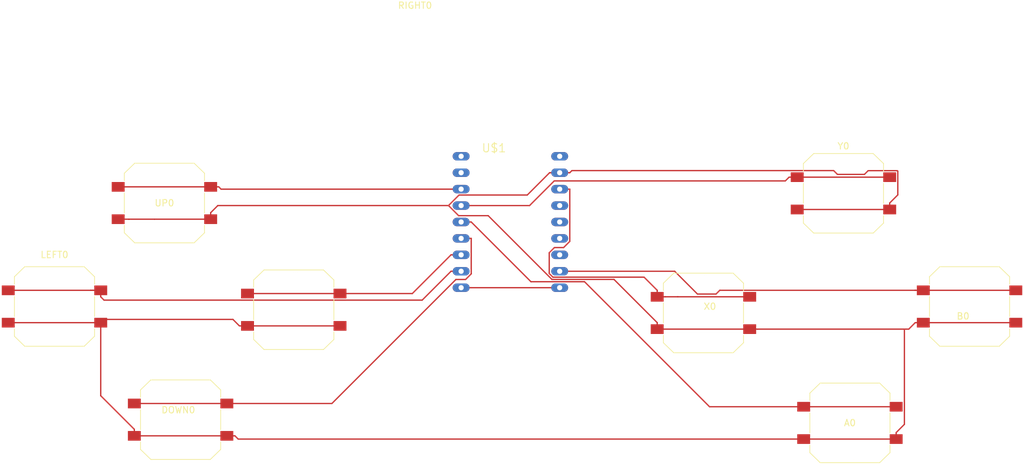
<source format=kicad_pcb>
(kicad_pcb (version 20241229) (generator "pcbnew") (generator_version "9.0")
  (layers (0 "F.Cu" signal) (2 "B.Cu" signal) (13 "F.Paste" user) (15 "B.Paste" user) (5 "F.SilkS" user "F.Silkscreen") (7 "B.SilkS" user "B.Silkscreen") (1 "F.Mask" user) (3 "B.Mask" user) (25 "Edge.Cuts" user))
  (net 0 "")
  (net 1 "/A")
  (net 2 "/GND")
  (net 3 "/B")
  (net 4 "/D")
  (net 5 "/L")
  (net 6 "/R")
  (net 10 "/X")
  (net 11 "/U")
  (net 14 "/Y")
  (net 16 "/VCC")
  (footprint "Button_Switch_SMD:SW_Push_1P1T_NO_CK_PTS125Sx43PSMTR" (layer "F.Cu") (at 211.5 61.5)
    (property "Reference" "A0" (at 0 0 0) (layer "F.SilkS"))
    (property "Value" "10-XX")
    (fp_line (start -6.2 -4.6) (end -4.6 -6.15) (stroke (width 0.12)) (layer "F.SilkS"))
    (fp_line (start -6.2 -3.45) (end -6.2 -4.6) (stroke (width 0.12)) (layer "F.SilkS"))
    (fp_line (start -6.2 -1.55) (end -6.2 1.55) (stroke (width 0.12)) (layer "F.SilkS"))
    (fp_line (start -6.2 3.45) (end -6.2 4.6) (stroke (width 0.12)) (layer "F.SilkS"))
    (fp_line (start -6.2 4.6) (end -4.6 6.15) (stroke (width 0.12)) (layer "F.SilkS"))
    (fp_line (start -4.6 -6.15) (end 4.6 -6.15) (stroke (width 0.12)) (layer "F.SilkS"))
    (fp_line (start -4.6 6.15) (end 4.6 6.15) (stroke (width 0.12)) (layer "F.SilkS"))
    (fp_line (start 4.6 -6.15) (end 6.2 -4.6) (stroke (width 0.12)) (layer "F.SilkS"))
    (fp_line (start 4.6 6.15) (end 6.2 4.6) (stroke (width 0.12)) (layer "F.SilkS"))
    (fp_line (start 6.2 -3.45) (end 6.2 -4.6) (stroke (width 0.12)) (layer "F.SilkS"))
    (fp_line (start 6.2 -1.55) (end 6.2 1.55) (stroke (width 0.12)) (layer "F.SilkS"))
    (fp_line (start 6.2 3.45) (end 6.2 4.6) (stroke (width 0.12)) (layer "F.SilkS"))
    (pad "" np_thru_hole circle (at 0 -4.5) (size 2 2) (drill 2) (layers "*.Cu" "*.Mask"))
    (pad "" np_thru_hole circle (at 0 4.5) (size 2 2) (drill 2) (layers "*.Cu" "*.Mask"))
    (pad "1" smd rect (at -7.15 -2.5) (size 2 1.5) (layers "F.Cu" "F.Mask" "F.Paste") (net 1 "/A"))
    (pad "1" smd rect (at 7.15 -2.5) (size 2 1.5) (layers "F.Cu" "F.Mask" "F.Paste") (net 1 "/A"))
    (pad "2" smd rect (at -7.15 2.5) (size 2 1.5) (layers "F.Cu" "F.Mask" "F.Paste") (net 2 "/GND"))
    (pad "2" smd rect (at 7.15 2.5) (size 2 1.5) (layers "F.Cu" "F.Mask" "F.Paste") (net 2 "/GND"))
  )
  (footprint "Button_Switch_SMD:SW_Push_1P1T_NO_CK_PTS125Sx43PSMTR" (layer "F.Cu") (at 108 61)
    (property "Reference" "DOWN0" (at -0.35 -1.5 0) (layer "F.SilkS"))
    (property "Value" "10-XX")
    (fp_line (start -6.2 -4.6) (end -4.6 -6.15) (stroke (width 0.12)) (layer "F.SilkS"))
    (fp_line (start -6.2 -3.45) (end -6.2 -4.6) (stroke (width 0.12)) (layer "F.SilkS"))
    (fp_line (start -6.2 -1.55) (end -6.2 1.55) (stroke (width 0.12)) (layer "F.SilkS"))
    (fp_line (start -6.2 3.45) (end -6.2 4.6) (stroke (width 0.12)) (layer "F.SilkS"))
    (fp_line (start -6.2 4.6) (end -4.6 6.15) (stroke (width 0.12)) (layer "F.SilkS"))
    (fp_line (start -4.6 -6.15) (end 4.6 -6.15) (stroke (width 0.12)) (layer "F.SilkS"))
    (fp_line (start -4.6 6.15) (end 4.6 6.15) (stroke (width 0.12)) (layer "F.SilkS"))
    (fp_line (start 4.6 -6.15) (end 6.2 -4.6) (stroke (width 0.12)) (layer "F.SilkS"))
    (fp_line (start 4.6 6.15) (end 6.2 4.6) (stroke (width 0.12)) (layer "F.SilkS"))
    (fp_line (start 6.2 -3.45) (end 6.2 -4.6) (stroke (width 0.12)) (layer "F.SilkS"))
    (fp_line (start 6.2 -1.55) (end 6.2 1.55) (stroke (width 0.12)) (layer "F.SilkS"))
    (fp_line (start 6.2 3.45) (end 6.2 4.6) (stroke (width 0.12)) (layer "F.SilkS"))
    (pad "" np_thru_hole circle (at 0 -4.5) (size 2 2) (drill 2) (layers "*.Cu" "*.Mask"))
    (pad "" np_thru_hole circle (at 0 4.5) (size 2 2) (drill 2) (layers "*.Cu" "*.Mask"))
    (pad "1" smd rect (at -7.15 -2.5) (size 2 1.5) (layers "F.Cu" "F.Mask" "F.Paste") (net 4 "/D"))
    (pad "1" smd rect (at 7.15 -2.5) (size 2 1.5) (layers "F.Cu" "F.Mask" "F.Paste") (net 4 "/D"))
    (pad "2" smd rect (at -7.15 2.5) (size 2 1.5) (layers "F.Cu" "F.Mask" "F.Paste") (net 2 "/GND"))
    (pad "2" smd rect (at 7.15 2.5) (size 2 1.5) (layers "F.Cu" "F.Mask" "F.Paste") (net 2 "/GND"))
  )
  (footprint "Button_Switch_SMD:SW_Push_1P1T_NO_CK_PTS125Sx43PSMTR" (layer "F.Cu") (at 105.5 27.5)
    (property "Reference" "UP0" (at 0 0 0) (layer "F.SilkS"))
    (property "Value" "10-XX")
    (fp_line (start -6.2 -4.6) (end -4.6 -6.15) (stroke (width 0.12)) (layer "F.SilkS"))
    (fp_line (start -6.2 -3.45) (end -6.2 -4.6) (stroke (width 0.12)) (layer "F.SilkS"))
    (fp_line (start -6.2 -1.55) (end -6.2 1.55) (stroke (width 0.12)) (layer "F.SilkS"))
    (fp_line (start -6.2 3.45) (end -6.2 4.6) (stroke (width 0.12)) (layer "F.SilkS"))
    (fp_line (start -6.2 4.6) (end -4.6 6.15) (stroke (width 0.12)) (layer "F.SilkS"))
    (fp_line (start -4.6 -6.15) (end 4.6 -6.15) (stroke (width 0.12)) (layer "F.SilkS"))
    (fp_line (start -4.6 6.15) (end 4.6 6.15) (stroke (width 0.12)) (layer "F.SilkS"))
    (fp_line (start 4.6 -6.15) (end 6.2 -4.6) (stroke (width 0.12)) (layer "F.SilkS"))
    (fp_line (start 4.6 6.15) (end 6.2 4.6) (stroke (width 0.12)) (layer "F.SilkS"))
    (fp_line (start 6.2 -3.45) (end 6.2 -4.6) (stroke (width 0.12)) (layer "F.SilkS"))
    (fp_line (start 6.2 -1.55) (end 6.2 1.55) (stroke (width 0.12)) (layer "F.SilkS"))
    (fp_line (start 6.2 3.45) (end 6.2 4.6) (stroke (width 0.12)) (layer "F.SilkS"))
    (pad "" np_thru_hole circle (at 0 -4.5) (size 2 2) (drill 2) (layers "*.Cu" "*.Mask"))
    (pad "" np_thru_hole circle (at 0 4.5) (size 2 2) (drill 2) (layers "*.Cu" "*.Mask"))
    (pad "1" smd rect (at -7.15 -2.5) (size 2 1.5) (layers "F.Cu" "F.Mask" "F.Paste") (net 11 "/U"))
    (pad "1" smd rect (at 7.15 -2.5) (size 2 1.5) (layers "F.Cu" "F.Mask" "F.Paste") (net 11 "/U"))
    (pad "2" smd rect (at -7.15 2.5) (size 2 1.5) (layers "F.Cu" "F.Mask" "F.Paste") (net 2 "/GND"))
    (pad "2" smd rect (at 7.15 2.5) (size 2 1.5) (layers "F.Cu" "F.Mask" "F.Paste") (net 2 "/GND"))
  )
  (footprint "Button_Switch_SMD:SW_Push_1P1T_NO_CK_PTS125Sx43PSMTR" (layer "F.Cu") (at 88.5 43.5)
    (property "Reference" "LEFT0" (at 0 -8 0) (layer "F.SilkS"))
    (property "Value" "10-XX")
    (fp_line (start -6.2 -4.6) (end -4.6 -6.15) (stroke (width 0.12)) (layer "F.SilkS"))
    (fp_line (start -6.2 -3.45) (end -6.2 -4.6) (stroke (width 0.12)) (layer "F.SilkS"))
    (fp_line (start -6.2 -1.55) (end -6.2 1.55) (stroke (width 0.12)) (layer "F.SilkS"))
    (fp_line (start -6.2 3.45) (end -6.2 4.6) (stroke (width 0.12)) (layer "F.SilkS"))
    (fp_line (start -6.2 4.6) (end -4.6 6.15) (stroke (width 0.12)) (layer "F.SilkS"))
    (fp_line (start -4.6 -6.15) (end 4.6 -6.15) (stroke (width 0.12)) (layer "F.SilkS"))
    (fp_line (start -4.6 6.15) (end 4.6 6.15) (stroke (width 0.12)) (layer "F.SilkS"))
    (fp_line (start 4.6 -6.15) (end 6.2 -4.6) (stroke (width 0.12)) (layer "F.SilkS"))
    (fp_line (start 4.6 6.15) (end 6.2 4.6) (stroke (width 0.12)) (layer "F.SilkS"))
    (fp_line (start 6.2 -3.45) (end 6.2 -4.6) (stroke (width 0.12)) (layer "F.SilkS"))
    (fp_line (start 6.2 -1.55) (end 6.2 1.55) (stroke (width 0.12)) (layer "F.SilkS"))
    (fp_line (start 6.2 3.45) (end 6.2 4.6) (stroke (width 0.12)) (layer "F.SilkS"))
    (pad "" np_thru_hole circle (at 0 -4.5) (size 2 2) (drill 2) (layers "*.Cu" "*.Mask"))
    (pad "" np_thru_hole circle (at 0 4.5) (size 2 2) (drill 2) (layers "*.Cu" "*.Mask"))
    (pad "1" smd rect (at -7.15 -2.5) (size 2 1.5) (layers "F.Cu" "F.Mask" "F.Paste") (net 5 "/L"))
    (pad "1" smd rect (at 7.15 -2.5) (size 2 1.5) (layers "F.Cu" "F.Mask" "F.Paste") (net 5 "/L"))
    (pad "2" smd rect (at -7.15 2.5) (size 2 1.5) (layers "F.Cu" "F.Mask" "F.Paste") (net 2 "/GND"))
    (pad "2" smd rect (at 7.15 2.5) (size 2 1.5) (layers "F.Cu" "F.Mask" "F.Paste") (net 2 "/GND"))
  )
  (footprint "Button_Switch_SMD:SW_Push_1P1T_NO_CK_PTS125Sx43PSMTR" (layer "F.Cu") (at 230 43.5)
    (property "Reference" "B0" (at -1 1.5 0) (layer "F.SilkS"))
    (property "Value" "10-XX")
    (fp_line (start -6.2 -4.6) (end -4.6 -6.15) (stroke (width 0.12)) (layer "F.SilkS"))
    (fp_line (start -6.2 -3.45) (end -6.2 -4.6) (stroke (width 0.12)) (layer "F.SilkS"))
    (fp_line (start -6.2 -1.55) (end -6.2 1.55) (stroke (width 0.12)) (layer "F.SilkS"))
    (fp_line (start -6.2 3.45) (end -6.2 4.6) (stroke (width 0.12)) (layer "F.SilkS"))
    (fp_line (start -6.2 4.6) (end -4.6 6.15) (stroke (width 0.12)) (layer "F.SilkS"))
    (fp_line (start -4.6 -6.15) (end 4.6 -6.15) (stroke (width 0.12)) (layer "F.SilkS"))
    (fp_line (start -4.6 6.15) (end 4.6 6.15) (stroke (width 0.12)) (layer "F.SilkS"))
    (fp_line (start 4.6 -6.15) (end 6.2 -4.6) (stroke (width 0.12)) (layer "F.SilkS"))
    (fp_line (start 4.6 6.15) (end 6.2 4.6) (stroke (width 0.12)) (layer "F.SilkS"))
    (fp_line (start 6.2 -3.45) (end 6.2 -4.6) (stroke (width 0.12)) (layer "F.SilkS"))
    (fp_line (start 6.2 -1.55) (end 6.2 1.55) (stroke (width 0.12)) (layer "F.SilkS"))
    (fp_line (start 6.2 3.45) (end 6.2 4.6) (stroke (width 0.12)) (layer "F.SilkS"))
    (pad "" np_thru_hole circle (at 0 -4.5) (size 2 2) (drill 2) (layers "*.Cu" "*.Mask"))
    (pad "" np_thru_hole circle (at 0 4.5) (size 2 2) (drill 2) (layers "*.Cu" "*.Mask"))
    (pad "1" smd rect (at -7.15 -2.5) (size 2 1.5) (layers "F.Cu" "F.Mask" "F.Paste") (net 3 "/B"))
    (pad "1" smd rect (at 7.15 -2.5) (size 2 1.5) (layers "F.Cu" "F.Mask" "F.Paste") (net 3 "/B"))
    (pad "2" smd rect (at -7.15 2.5) (size 2 1.5) (layers "F.Cu" "F.Mask" "F.Paste") (net 2 "/GND"))
    (pad "2" smd rect (at 7.15 2.5) (size 2 1.5) (layers "F.Cu" "F.Mask" "F.Paste") (net 2 "/GND"))
  )
  (footprint "Button_Switch_SMD:SW_Push_1P1T_NO_CK_PTS125Sx43PSMTR" (layer "F.Cu") (at 210.5 26)
    (property "Reference" "Y0" (at 0 -7.3 0) (layer "F.SilkS"))
    (property "Value" "10-XX")
    (fp_line (start -6.2 -4.6) (end -4.6 -6.15) (stroke (width 0.12)) (layer "F.SilkS"))
    (fp_line (start -6.2 -3.45) (end -6.2 -4.6) (stroke (width 0.12)) (layer "F.SilkS"))
    (fp_line (start -6.2 -1.55) (end -6.2 1.55) (stroke (width 0.12)) (layer "F.SilkS"))
    (fp_line (start -6.2 3.45) (end -6.2 4.6) (stroke (width 0.12)) (layer "F.SilkS"))
    (fp_line (start -6.2 4.6) (end -4.6 6.15) (stroke (width 0.12)) (layer "F.SilkS"))
    (fp_line (start -4.6 -6.15) (end 4.6 -6.15) (stroke (width 0.12)) (layer "F.SilkS"))
    (fp_line (start -4.6 6.15) (end 4.6 6.15) (stroke (width 0.12)) (layer "F.SilkS"))
    (fp_line (start 4.6 -6.15) (end 6.2 -4.6) (stroke (width 0.12)) (layer "F.SilkS"))
    (fp_line (start 4.6 6.15) (end 6.2 4.6) (stroke (width 0.12)) (layer "F.SilkS"))
    (fp_line (start 6.2 -3.45) (end 6.2 -4.6) (stroke (width 0.12)) (layer "F.SilkS"))
    (fp_line (start 6.2 -1.55) (end 6.2 1.55) (stroke (width 0.12)) (layer "F.SilkS"))
    (fp_line (start 6.2 3.45) (end 6.2 4.6) (stroke (width 0.12)) (layer "F.SilkS"))
    (pad "" np_thru_hole circle (at 0 -4.5) (size 2 2) (drill 2) (layers "*.Cu" "*.Mask"))
    (pad "" np_thru_hole circle (at 0 4.5) (size 2 2) (drill 2) (layers "*.Cu" "*.Mask"))
    (pad "1" smd rect (at -7.15 -2.5) (size 2 1.5) (layers "F.Cu" "F.Mask" "F.Paste") (net 14 "/Y"))
    (pad "1" smd rect (at 7.15 -2.5) (size 2 1.5) (layers "F.Cu" "F.Mask" "F.Paste") (net 14 "/Y"))
    (pad "2" smd rect (at -7.15 2.5) (size 2 1.5) (layers "F.Cu" "F.Mask" "F.Paste") (net 2 "/GND"))
    (pad "2" smd rect (at 7.15 2.5) (size 2 1.5) (layers "F.Cu" "F.Mask" "F.Paste") (net 2 "/GND"))
  )
  (footprint "DigiJoypad:DIGI-PRO" (layer "F.Cu") (at 156.46 19.003)
    (property "Reference" "U$1" (at 0 0 0) (layer "F.SilkS") (effects (font (size 1.27 1.27))))
    (property "Value" "DIGI-PRO")
    (pad "D0" thru_hole oval (at 10.16 19.05 180) (size 2.616 1.308) (drill 0.8) (layers "*.Cu" "*.Mask") (net 3 "/B"))
    (pad "D1" thru_hole oval (at 10.16 16.51 180) (size 2.616 1.308) (drill 0.8) (layers "*.Cu" "*.Mask"))
    (pad "D2" thru_hole oval (at 10.16 13.97 180) (size 2.616 1.308) (drill 0.8) (layers "*.Cu" "*.Mask"))
    (pad "D3" thru_hole oval (at 10.16 11.43 180) (size 2.616 1.308) (drill 0.8) (layers "*.Cu" "*.Mask"))
    (pad "D4" thru_hole oval (at 10.16 8.89 180) (size 2.616 1.308) (drill 0.8) (layers "*.Cu" "*.Mask"))
    (pad "D5" thru_hole oval (at 10.16 6.35 180) (size 2.616 1.308) (drill 0.8) (layers "*.Cu" "*.Mask") (net 10 "/X"))
    (pad "D6" thru_hole oval (at -5.08 19.05 180) (size 2.616 1.308) (drill 0.8) (layers "*.Cu" "*.Mask") (net 5 "/L"))
    (pad "D7" thru_hole oval (at -5.08 16.51 180) (size 2.616 1.308) (drill 0.8) (layers "*.Cu" "*.Mask") (net 6 "/R"))
    (pad "D8" thru_hole oval (at -5.08 13.97 180) (size 2.616 1.308) (drill 0.8) (layers "*.Cu" "*.Mask") (net 4 "/D"))
    (pad "D9" thru_hole oval (at -5.08 11.43 180) (size 2.616 1.308) (drill 0.8) (layers "*.Cu" "*.Mask") (net 1 "/A"))
    (pad "D10" thru_hole oval (at -5.08 8.89 180) (size 2.616 1.308) (drill 0.8) (layers "*.Cu" "*.Mask") (net 14 "/Y"))
    (pad "D11" thru_hole oval (at -5.08 6.35 180) (size 2.616 1.308) (drill 0.8) (layers "*.Cu" "*.Mask") (net 11 "/U"))
    (pad "D12" thru_hole oval (at -5.08 3.81 180) (size 2.616 1.308) (drill 0.8) (layers "*.Cu" "*.Mask"))
    (pad "D13" thru_hole oval (at -5.08 1.27 180) (size 2.616 1.308) (drill 0.8) (layers "*.Cu" "*.Mask"))
    (pad "GND" thru_hole oval (at 10.16 3.81 180) (size 2.616 1.308) (drill 0.8) (layers "*.Cu" "*.Mask") (net 2 "/GND"))
    (pad "VCC" thru_hole oval (at 10.16 21.59 180) (size 2.616 1.308) (drill 0.8) (layers "*.Cu" "*.Mask") (net 16 "/VCC"))
    (pad "VCC1" thru_hole oval (at -5.08 21.59 180) (size 2.616 1.308) (drill 0.8) (layers "*.Cu" "*.Mask") (net 16 "/VCC"))
    (pad "VIN" thru_hole oval (at 10.16 1.27 180) (size 2.616 1.308) (drill 0.8) (layers "*.Cu" "*.Mask"))
  )
  (footprint "Button_Switch_SMD:SW_Push_1P1T_NO_CK_PTS125Sx43PSMTR" (layer "F.Cu") (at 188.85 44.5)
    (property "Reference" "X0" (at 1 -1 0) (layer "F.SilkS"))
    (property "Value" "10-XX")
    (fp_line (start -6.2 -4.6) (end -4.6 -6.15) (stroke (width 0.12)) (layer "F.SilkS"))
    (fp_line (start -6.2 -3.45) (end -6.2 -4.6) (stroke (width 0.12)) (layer "F.SilkS"))
    (fp_line (start -6.2 -1.55) (end -6.2 1.55) (stroke (width 0.12)) (layer "F.SilkS"))
    (fp_line (start -6.2 3.45) (end -6.2 4.6) (stroke (width 0.12)) (layer "F.SilkS"))
    (fp_line (start -6.2 4.6) (end -4.6 6.15) (stroke (width 0.12)) (layer "F.SilkS"))
    (fp_line (start -4.6 -6.15) (end 4.6 -6.15) (stroke (width 0.12)) (layer "F.SilkS"))
    (fp_line (start -4.6 6.15) (end 4.6 6.15) (stroke (width 0.12)) (layer "F.SilkS"))
    (fp_line (start 4.6 -6.15) (end 6.2 -4.6) (stroke (width 0.12)) (layer "F.SilkS"))
    (fp_line (start 4.6 6.15) (end 6.2 4.6) (stroke (width 0.12)) (layer "F.SilkS"))
    (fp_line (start 6.2 -3.45) (end 6.2 -4.6) (stroke (width 0.12)) (layer "F.SilkS"))
    (fp_line (start 6.2 -1.55) (end 6.2 1.55) (stroke (width 0.12)) (layer "F.SilkS"))
    (fp_line (start 6.2 3.45) (end 6.2 4.6) (stroke (width 0.12)) (layer "F.SilkS"))
    (pad "" np_thru_hole circle (at 0 -4.5) (size 2 2) (drill 2) (layers "*.Cu" "*.Mask"))
    (pad "" np_thru_hole circle (at 0 4.5) (size 2 2) (drill 2) (layers "*.Cu" "*.Mask"))
    (pad "1" smd rect (at -7.15 -2.5) (size 2 1.5) (layers "F.Cu" "F.Mask" "F.Paste") (net 10 "/X"))
    (pad "1" smd rect (at 7.15 -2.5) (size 2 1.5) (layers "F.Cu" "F.Mask" "F.Paste") (net 10 "/X"))
    (pad "2" smd rect (at -7.15 2.5) (size 2 1.5) (layers "F.Cu" "F.Mask" "F.Paste") (net 2 "/GND"))
    (pad "2" smd rect (at 7.15 2.5) (size 2 1.5) (layers "F.Cu" "F.Mask" "F.Paste") (net 2 "/GND"))
  )
  (footprint "Button_Switch_SMD:SW_Push_1P1T_NO_CK_PTS125Sx43PSMTR" (layer "F.Cu") (at 125.5 44)
    (property "Reference" "RIGHT0" (at 18.7512 -47.0458 0) (layer "F.SilkS"))
    (property "Value" "10-XX")
    (fp_line (start -6.2 -4.6) (end -4.6 -6.15) (stroke (width 0.12)) (layer "F.SilkS"))
    (fp_line (start -6.2 -3.45) (end -6.2 -4.6) (stroke (width 0.12)) (layer "F.SilkS"))
    (fp_line (start -6.2 -1.55) (end -6.2 1.55) (stroke (width 0.12)) (layer "F.SilkS"))
    (fp_line (start -6.2 3.45) (end -6.2 4.6) (stroke (width 0.12)) (layer "F.SilkS"))
    (fp_line (start -6.2 4.6) (end -4.6 6.15) (stroke (width 0.12)) (layer "F.SilkS"))
    (fp_line (start -4.6 -6.15) (end 4.6 -6.15) (stroke (width 0.12)) (layer "F.SilkS"))
    (fp_line (start -4.6 6.15) (end 4.6 6.15) (stroke (width 0.12)) (layer "F.SilkS"))
    (fp_line (start 4.6 -6.15) (end 6.2 -4.6) (stroke (width 0.12)) (layer "F.SilkS"))
    (fp_line (start 4.6 6.15) (end 6.2 4.6) (stroke (width 0.12)) (layer "F.SilkS"))
    (fp_line (start 6.2 -3.45) (end 6.2 -4.6) (stroke (width 0.12)) (layer "F.SilkS"))
    (fp_line (start 6.2 -1.55) (end 6.2 1.55) (stroke (width 0.12)) (layer "F.SilkS"))
    (fp_line (start 6.2 3.45) (end 6.2 4.6) (stroke (width 0.12)) (layer "F.SilkS"))
    (pad "" np_thru_hole circle (at 0 -4.5) (size 2 2) (drill 2) (layers "*.Cu" "*.Mask"))
    (pad "" np_thru_hole circle (at 0 4.5) (size 2 2) (drill 2) (layers "*.Cu" "*.Mask"))
    (pad "1" smd rect (at -7.15 -2.5) (size 2 1.5) (layers "F.Cu" "F.Mask" "F.Paste") (net 6 "/R"))
    (pad "1" smd rect (at 7.15 -2.5) (size 2 1.5) (layers "F.Cu" "F.Mask" "F.Paste") (net 6 "/R"))
    (pad "2" smd rect (at -7.15 2.5) (size 2 1.5) (layers "F.Cu" "F.Mask" "F.Paste") (net 2 "/GND"))
    (pad "2" smd rect (at 7.15 2.5) (size 2 1.5) (layers "F.Cu" "F.Mask" "F.Paste") (net 2 "/GND"))
  )
  (segment (start 162.1784 39.6693) (end 170.4607 39.6693) (width 0.2) (layer "F.Cu") (net 1))
  (segment (start 152.9421 30.433) (end 162.1784 39.6693) (width 0.2) (layer "F.Cu") (net 1))
  (segment (start 151.38 30.433) (end 152.9421 30.433) (width 0.2) (layer "F.Cu") (net 1))
  (segment (start 218.65 59) (end 204.35 59) (width 0.2) (layer "F.Cu") (net 1))
  (segment (start 170.4607 39.6693) (end 189.7914 59) (width 0.2) (layer "F.Cu") (net 1))
  (segment (start 189.7914 59) (end 204.35 59) (width 0.2) (layer "F.Cu") (net 1))
  (segment (start 81.35 46) (end 95.65 46) (width 0.2) (layer "F.Cu") (net 2))
  (segment (start 219.927 61.7189) (end 219.927 47) (width 0.2) (layer "F.Cu") (net 2))
  (segment (start 166.62 22.813) (end 166.1934 22.813) (width 0.2) (layer "F.Cu") (net 2))
  (segment (start 95.65 45.4979) (end 116.0938 45.4979) (width 0.2) (layer "F.Cu") (net 2))
  (segment (start 168.5109 22.4842) (end 168.1821 22.813) (width 0.2) (layer "F.Cu") (net 2))
  (segment (start 95.65 57.2959) (end 95.65 46) (width 0.2) (layer "F.Cu") (net 2))
  (segment (start 166.62 22.813) (end 168.1821 22.813) (width 0.2) (layer "F.Cu") (net 2))
  (segment (start 218.9041 22.5771) (end 218.8229 22.4959) (width 0.2) (layer "F.Cu") (net 2))
  (segment (start 175.0193 39.3152) (end 181.7 45.9959) (width 0.2) (layer "F.Cu") (net 2))
  (segment (start 218.8229 22.4959) (end 214.3183 22.4959) (width 0.2) (layer "F.Cu") (net 2))
  (segment (start 197.2541 47) (end 219.927 47) (width 0.2) (layer "F.Cu") (net 2))
  (segment (start 165.4239 39.3152) (end 175.0193 39.3152) (width 0.2) (layer "F.Cu") (net 2))
  (segment (start 113.7556 27.8903) (end 112.65 28.9959) (width 0.2) (layer "F.Cu") (net 2))
  (segment (start 213.7392 23.075) (end 209.575 23.075) (width 0.2) (layer "F.Cu") (net 2))
  (segment (start 208.9842 22.4842) (end 168.5109 22.4842) (width 0.2) (layer "F.Cu") (net 2))
  (segment (start 217.65 28.5) (end 203.35 28.5) (width 0.2) (layer "F.Cu") (net 2))
  (segment (start 166.1934 22.813) (end 165.0579 22.813) (width 0.2) (layer "F.Cu") (net 2))
  (segment (start 151.0591 26.2611) (end 149.4299 27.8903) (width 0.2) (layer "F.Cu") (net 2))
  (segment (start 100.0286 30) (end 99.9873 30) (width 0.2) (layer "F.Cu") (net 2))
  (segment (start 218.65 64) (end 218.65 62.9959) (width 0.2) (layer "F.Cu") (net 2))
  (segment (start 112.65 30) (end 103.9634 30) (width 0.2) (layer "F.Cu") (net 2))
  (segment (start 218.65 64) (end 204.35 64) (width 0.2) (layer "F.Cu") (net 2))
  (segment (start 112.65 30) (end 112.65 28.9959) (width 0.2) (layer "F.Cu") (net 2))
  (segment (start 149.4299 27.8903) (end 113.7556 27.8903) (width 0.2) (layer "F.Cu") (net 2))
  (segment (start 149.4299 27.8903) (end 150.9945 29.4549) (width 0.2) (layer "F.Cu") (net 2))
  (segment (start 218.9041 26.2418) (end 218.9041 22.5771) (width 0.2) (layer "F.Cu") (net 2))
  (segment (start 204.35 64) (end 116.9041 64) (width 0.2) (layer "F.Cu") (net 2))
  (segment (start 161.6098 26.2611) (end 151.0591 26.2611) (width 0.2) (layer "F.Cu") (net 2))
  (segment (start 99.9873 30) (end 98.35 30) (width 0.2) (layer "F.Cu") (net 2))
  (segment (start 217.65 28.5) (end 217.65 27.4959) (width 0.2) (layer "F.Cu") (net 2))
  (segment (start 103.9634 30) (end 100.0286 30) (width 0.2) (layer "F.Cu") (net 2))
  (segment (start 237.15 46) (end 222.85 46) (width 0.2) (layer "F.Cu") (net 2))
  (segment (start 165.0579 22.813) (end 161.6098 26.2611) (width 0.2) (layer "F.Cu") (net 2))
  (segment (start 100.85 63.5) (end 100.85 62.4959) (width 0.2) (layer "F.Cu") (net 2))
  (segment (start 116.0938 45.4979) (end 117.0959 46.5) (width 0.2) (layer "F.Cu") (net 2))
  (segment (start 219.927 47) (end 220.5959 47) (width 0.2) (layer "F.Cu") (net 2))
  (segment (start 217.65 27.4959) (end 218.9041 26.2418) (width 0.2) (layer "F.Cu") (net 2))
  (segment (start 115.15 63.5) (end 116.4041 63.5) (width 0.2) (layer "F.Cu") (net 2))
  (segment (start 181.7 47) (end 181.7 45.9959) (width 0.2) (layer "F.Cu") (net 2))
  (segment (start 100.85 62.4959) (end 95.65 57.2959) (width 0.2) (layer "F.Cu") (net 2))
  (segment (start 118.35 46.5) (end 132.65 46.5) (width 0.2) (layer "F.Cu") (net 2))
  (segment (start 155.5636 29.4549) (end 165.4239 39.3152) (width 0.2) (layer "F.Cu") (net 2))
  (segment (start 117.723 46.5) (end 117.0959 46.5) (width 0.2) (layer "F.Cu") (net 2))
  (segment (start 209.575 23.075) (end 208.9842 22.4842) (width 0.2) (layer "F.Cu") (net 2))
  (segment (start 117.723 46.5) (end 118.35 46.5) (width 0.2) (layer "F.Cu") (net 2))
  (segment (start 100.85 63.5) (end 115.15 63.5) (width 0.2) (layer "F.Cu") (net 2))
  (segment (start 116.9041 64) (end 116.4041 63.5) (width 0.2) (layer "F.Cu") (net 2))
  (segment (start 181.7 47) (end 196 47) (width 0.2) (layer "F.Cu") (net 2))
  (segment (start 150.9945 29.4549) (end 155.5636 29.4549) (width 0.2) (layer "F.Cu") (net 2))
  (segment (start 220.5959 47) (end 221.5959 46) (width 0.2) (layer "F.Cu") (net 2))
  (segment (start 95.65 46) (end 95.65 45.4979) (width 0.2) (layer "F.Cu") (net 2))
  (segment (start 222.85 46) (end 221.5959 46) (width 0.2) (layer "F.Cu") (net 2))
  (segment (start 218.65 62.9959) (end 219.927 61.7189) (width 0.2) (layer "F.Cu") (net 2))
  (segment (start 214.3183 22.4959) (end 213.7392 23.075) (width 0.2) (layer "F.Cu") (net 2))
  (segment (start 196 47) (end 197.2541 47) (width 0.2) (layer "F.Cu") (net 2))
  (segment (start 187.925 41.575) (end 184.403 38.053) (width 0.2) (layer "F.Cu") (net 3))
  (segment (start 222.85 41) (end 237.15 41) (width 0.2) (layer "F.Cu") (net 3))
  (segment (start 221.5959 41) (end 221.5918 40.9959) (width 0.2) (layer "F.Cu") (net 3))
  (segment (start 191.3754 40.9959) (end 190.7963 41.575) (width 0.2) (layer "F.Cu") (net 3))
  (segment (start 222.85 41) (end 221.5959 41) (width 0.2) (layer "F.Cu") (net 3))
  (segment (start 184.403 38.053) (end 166.62 38.053) (width 0.2) (layer "F.Cu") (net 3))
  (segment (start 190.7963 41.575) (end 187.925 41.575) (width 0.2) (layer "F.Cu") (net 3))
  (segment (start 221.5918 40.9959) (end 191.3754 40.9959) (width 0.2) (layer "F.Cu") (net 3))
  (segment (start 152.9421 32.973) (end 152.9421 38.4521) (width 0.2) (layer "F.Cu") (net 4))
  (segment (start 150.573 39.323) (end 131.396 58.5) (width 0.2) (layer "F.Cu") (net 4))
  (segment (start 100.85 58.5) (end 115.15 58.5) (width 0.2) (layer "F.Cu") (net 4))
  (segment (start 131.396 58.5) (end 115.15 58.5) (width 0.2) (layer "F.Cu") (net 4))
  (segment (start 152.0712 39.323) (end 150.573 39.323) (width 0.2) (layer "F.Cu") (net 4))
  (segment (start 152.9421 38.4521) (end 152.0712 39.323) (width 0.2) (layer "F.Cu") (net 4))
  (segment (start 151.38 32.973) (end 152.9421 32.973) (width 0.2) (layer "F.Cu") (net 4))
  (segment (start 94.4764 41) (end 95.65 41) (width 0.2) (layer "F.Cu") (net 5))
  (segment (start 95.65 41) (end 95.65 42.0041) (width 0.2) (layer "F.Cu") (net 5))
  (segment (start 94.1948 41) (end 94.3767 41) (width 0.2) (layer "F.Cu") (net 5))
  (segment (start 145.359 42.5119) (end 96.1578 42.5119) (width 0.2) (layer "F.Cu") (net 5))
  (segment (start 81.35 41) (end 94.0789 41) (width 0.2) (layer "F.Cu") (net 5))
  (segment (start 94.1202 41) (end 94.1948 41) (width 0.2) (layer "F.Cu") (net 5))
  (segment (start 96.1578 42.5119) (end 95.65 42.0041) (width 0.2) (layer "F.Cu") (net 5))
  (segment (start 149.8179 38.053) (end 145.359 42.5119) (width 0.2) (layer "F.Cu") (net 5))
  (segment (start 94.4351 41) (end 94.4764 41) (width 0.2) (layer "F.Cu") (net 5))
  (segment (start 94.0789 41) (end 94.1202 41) (width 0.2) (layer "F.Cu") (net 5))
  (segment (start 94.3767 41) (end 94.4351 41) (width 0.2) (layer "F.Cu") (net 5))
  (segment (start 151.38 38.053) (end 149.8179 38.053) (width 0.2) (layer "F.Cu") (net 5))
  (segment (start 132.65 41.5) (end 118.35 41.5) (width 0.2) (layer "F.Cu") (net 6))
  (segment (start 149.8179 35.513) (end 143.8309 41.5) (width 0.2) (layer "F.Cu") (net 6))
  (segment (start 143.8309 41.5) (end 132.65 41.5) (width 0.2) (layer "F.Cu") (net 6))
  (segment (start 151.38 35.513) (end 149.8179 35.513) (width 0.2) (layer "F.Cu") (net 6))
  (segment (start 165.5705 38.9611) (end 179.6652 38.9611) (width 0.2) (layer "F.Cu") (net 10))
  (segment (start 184.8591 42) (end 184.9004 42) (width 0.2) (layer "F.Cu") (net 10))
  (segment (start 167.2256 34.3872) (end 165.8065 34.3872) (width 0.2) (layer "F.Cu") (net 10))
  (segment (start 165.8065 34.3872) (end 165.0041 35.1896) (width 0.2) (layer "F.Cu") (net 10))
  (segment (start 166.62 25.353) (end 168.1821 25.353) (width 0.2) (layer "F.Cu") (net 10))
  (segment (start 182.3027 42) (end 182.344 42) (width 0.2) (layer "F.Cu") (net 10))
  (segment (start 184.9004 42) (end 196 42) (width 0.2) (layer "F.Cu") (net 10))
  (segment (start 165.0041 38.3947) (end 165.5705 38.9611) (width 0.2) (layer "F.Cu") (net 10))
  (segment (start 168.1821 25.353) (end 168.1821 33.4307) (width 0.2) (layer "F.Cu") (net 10))
  (segment (start 182.988 42) (end 184.8591 42) (width 0.2) (layer "F.Cu") (net 10))
  (segment (start 179.6652 38.9611) (end 181.7 40.9959) (width 0.2) (layer "F.Cu") (net 10))
  (segment (start 165.0041 35.1896) (end 165.0041 38.3947) (width 0.2) (layer "F.Cu") (net 10))
  (segment (start 168.1821 33.4307) (end 167.2256 34.3872) (width 0.2) (layer "F.Cu") (net 10))
  (segment (start 182.344 42) (end 182.988 42) (width 0.2) (layer "F.Cu") (net 10))
  (segment (start 181.7 42) (end 182.3027 42) (width 0.2) (layer "F.Cu") (net 10))
  (segment (start 181.7 42) (end 181.7 40.9959) (width 0.2) (layer "F.Cu") (net 10))
  (segment (start 112.65 25) (end 98.35 25) (width 0.2) (layer "F.Cu") (net 11))
  (segment (start 151.38 25.353) (end 114.2571 25.353) (width 0.2) (layer "F.Cu") (net 11))
  (segment (start 113.2771 25) (end 113.9041 25) (width 0.2) (layer "F.Cu") (net 11))
  (segment (start 114.2571 25.353) (end 113.9041 25) (width 0.2) (layer "F.Cu") (net 11))
  (segment (start 113.2771 25) (end 112.65 25) (width 0.2) (layer "F.Cu") (net 11))
  (segment (start 151.38 27.893) (end 161.9656 27.893) (width 0.2) (layer "F.Cu") (net 14))
  (segment (start 203.35 23.5) (end 217.65 23.5) (width 0.2) (layer "F.Cu") (net 14))
  (segment (start 201.5129 24.083) (end 202.0959 23.5) (width 0.2) (layer "F.Cu") (net 14))
  (segment (start 161.9656 27.893) (end 165.7756 24.083) (width 0.2) (layer "F.Cu") (net 14))
  (segment (start 165.7756 24.083) (end 201.5129 24.083) (width 0.2) (layer "F.Cu") (net 14))
  (segment (start 203.35 23.5) (end 202.0959 23.5) (width 0.2) (layer "F.Cu") (net 14))
  (segment (start 151.38 40.593) (end 166.62 40.593) (width 0.2) (layer "F.Cu") (net 16))
)
</source>
